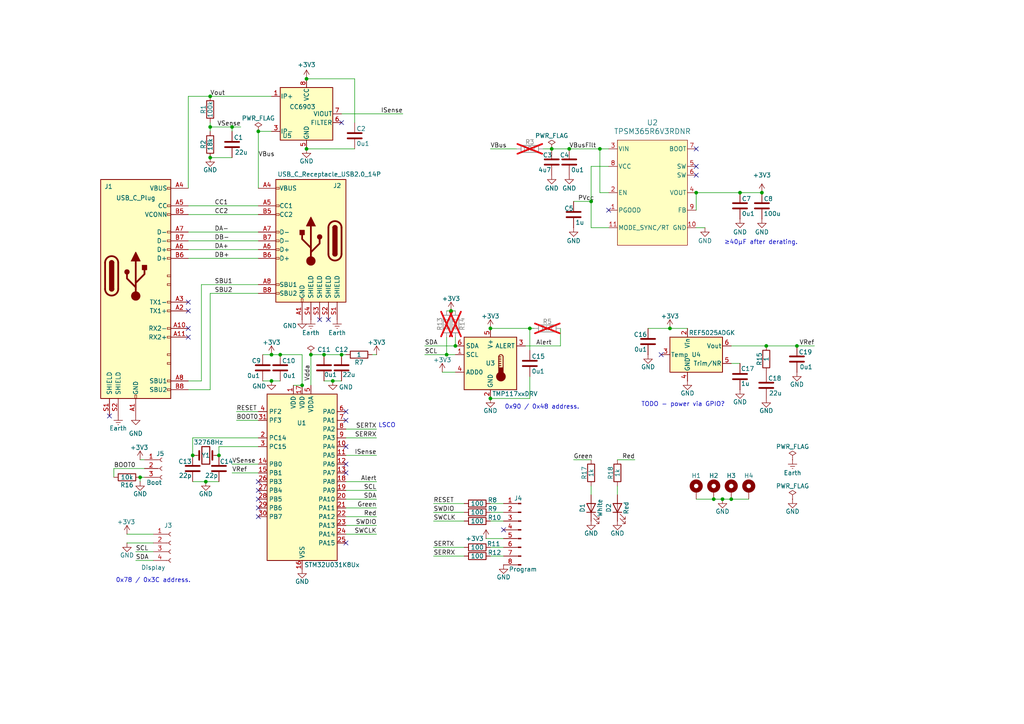
<source format=kicad_sch>
(kicad_sch (version 20250114) (generator "eeschema") (generator_version "9.0")
  (paper "A4")
  (text "0x90 / 0x48 address." (at 157.226 118.11 0) (effects (font (size 1.27 1.27))))
  (text "TODO - power via GPIO?" (at 198.12 117.348 0) (effects (font (size 1.27 1.27))))
  (text "LSCO" (at 109.728 124.206 0) (effects (font (size 1.27 1.27)) (justify left bottom)))
  (text "≥40µF after derating." (at 220.726 70.358 0) (effects (font (size 1.27 1.27))))
  (text "0x78 / 0x3C address." (at 44.45 168.402 0) (effects (font (size 1.27 1.27))))
  (junction (at 165.1 43.18))
  (junction (at 67.31 36.83))
  (junction (at 220.98 55.88))
  (junction (at 55.88 132.08))
  (junction (at 207.01 144.78))
  (junction (at 222.25 100.33))
  (junction (at 78.74 102.87))
  (junction (at 99.06 102.87))
  (junction (at 173.99 43.18))
  (junction (at 212.09 144.78))
  (junction (at 231.14 100.33))
  (junction (at 142.24 95.25))
  (junction (at 201.93 55.88))
  (junction (at 60.96 36.83))
  (junction (at 209.55 144.78))
  (junction (at 63.5 132.08))
  (junction (at 87.63 111.76))
  (junction (at 142.24 115.57))
  (junction (at 132.08 100.33))
  (junction (at 194.31 95.25))
  (junction (at 153.67 95.25))
  (junction (at 171.45 58.42))
  (junction (at 129.54 102.87))
  (junction (at 214.63 55.88))
  (junction (at 130.81 90.17))
  (junction (at 93.98 102.87))
  (junction (at 40.64 138.43))
  (junction (at 78.74 110.49))
  (junction (at 96.52 110.49))
  (junction (at 88.9 22.86))
  (junction (at 90.17 102.87))
  (junction (at 160.02 43.18))
  (junction (at 60.96 45.72))
  (junction (at 88.9 43.18))
  (junction (at 60.96 27.94))
  (junction (at 74.93 38.1))
  (junction (at 59.69 139.7))
  (junction (at 81.28 102.87))
  (no_connect (at 95.25 92.71))
  (no_connect (at 176.53 60.96))
  (no_connect (at 54.61 95.25))
  (no_connect (at 54.61 87.63))
  (no_connect (at 100.33 137.16))
  (no_connect (at 146.05 153.67))
  (no_connect (at 100.33 121.92))
  (no_connect (at 74.93 147.32))
  (no_connect (at 54.61 97.79))
  (no_connect (at 74.93 144.78))
  (no_connect (at 92.71 92.71))
  (no_connect (at 100.33 119.38))
  (no_connect (at 74.93 142.24))
  (no_connect (at 100.33 134.62))
  (no_connect (at 201.93 50.8))
  (no_connect (at 99.06 35.56))
  (no_connect (at 191.77 102.87))
  (no_connect (at 54.61 90.17))
  (no_connect (at 74.93 139.7))
  (no_connect (at 201.93 43.18))
  (no_connect (at 31.75 120.65))
  (no_connect (at 100.33 129.54))
  (no_connect (at 74.93 149.86))
  (no_connect (at 201.93 48.26))
  (no_connect (at 100.33 157.48))
  (wire (pts (xy 40.64 133.35) (xy 41.91 133.35)))
  (wire (pts (xy 212.09 100.33) (xy 222.25 100.33)))
  (wire (pts (xy 59.69 139.7) (xy 63.5 139.7)))
  (wire (pts (xy 40.64 138.43) (xy 41.91 138.43)))
  (wire (pts (xy 60.96 45.72) (xy 67.31 45.72)))
  (wire (pts (xy 109.22 149.86) (xy 100.33 149.86)))
  (wire (pts (xy 153.67 115.57) (xy 142.24 115.57)))
  (wire (pts (xy 184.15 133.35) (xy 179.07 133.35)))
  (wire (pts (xy 194.31 95.25) (xy 199.39 95.25)))
  (wire (pts (xy 128.27 107.95) (xy 132.08 107.95)))
  (wire (pts (xy 54.61 62.23) (xy 74.93 62.23)))
  (wire (pts (xy 99.06 102.87) (xy 100.33 102.87)))
  (wire (pts (xy 153.67 95.25) (xy 153.67 101.6)))
  (wire (pts (xy 88.9 43.18) (xy 102.87 43.18)))
  (wire (pts (xy 171.45 58.42) (xy 171.45 66.04)))
  (wire (pts (xy 153.67 95.25) (xy 154.94 95.25)))
  (wire (pts (xy 67.31 36.83) (xy 67.31 38.1)))
  (wire (pts (xy 54.61 72.39) (xy 74.93 72.39)))
  (wire (pts (xy 140.97 156.21) (xy 146.05 156.21)))
  (wire (pts (xy 217.17 144.78) (xy 212.09 144.78)))
  (wire (pts (xy 78.74 27.94) (xy 60.96 27.94)))
  (wire (pts (xy 187.96 95.25) (xy 194.31 95.25)))
  (wire (pts (xy 132.08 100.33) (xy 123.19 100.33)))
  (wire (pts (xy 142.24 95.25) (xy 153.67 95.25)))
  (wire (pts (xy 201.93 55.88) (xy 201.93 60.96)))
  (wire (pts (xy 39.37 160.02) (xy 44.45 160.02)))
  (wire (pts (xy 166.37 58.42) (xy 171.45 58.42)))
  (wire (pts (xy 74.93 121.92) (xy 68.58 121.92)))
  (wire (pts (xy 153.67 109.22) (xy 153.67 115.57)))
  (wire (pts (xy 214.63 55.88) (xy 220.98 55.88)))
  (wire (pts (xy 152.4 100.33) (xy 162.56 100.33)))
  (wire (pts (xy 134.62 148.59) (xy 125.73 148.59)))
  (wire (pts (xy 90.17 102.87) (xy 90.17 111.76)))
  (wire (pts (xy 74.93 85.09) (xy 60.96 85.09)))
  (wire (pts (xy 146.05 161.29) (xy 142.24 161.29)))
  (wire (pts (xy 74.93 129.54) (xy 63.5 129.54)))
  (wire (pts (xy 231.14 100.33) (xy 236.22 100.33)))
  (wire (pts (xy 100.33 142.24) (xy 109.22 142.24)))
  (wire (pts (xy 100.33 152.4) (xy 109.22 152.4)))
  (wire (pts (xy 165.1 43.18) (xy 173.99 43.18)))
  (wire (pts (xy 54.61 74.93) (xy 74.93 74.93)))
  (wire (pts (xy 134.62 158.75) (xy 125.73 158.75)))
  (wire (pts (xy 74.93 54.61) (xy 74.93 38.1)))
  (wire (pts (xy 201.93 66.04) (xy 204.47 66.04)))
  (wire (pts (xy 78.74 38.1) (xy 74.93 38.1)))
  (wire (pts (xy 171.45 140.97) (xy 171.45 143.51)))
  (wire (pts (xy 36.83 157.48) (xy 44.45 157.48)))
  (wire (pts (xy 134.62 151.13) (xy 125.73 151.13)))
  (wire (pts (xy 160.02 43.18) (xy 165.1 43.18)))
  (wire (pts (xy 99.06 33.02) (xy 116.84 33.02)))
  (wire (pts (xy 55.88 139.7) (xy 59.69 139.7)))
  (wire (pts (xy 130.81 90.17) (xy 132.08 90.17)))
  (wire (pts (xy 93.98 102.87) (xy 99.06 102.87)))
  (wire (pts (xy 87.63 111.76) (xy 87.63 102.87)))
  (wire (pts (xy 222.25 100.33) (xy 231.14 100.33)))
  (wire (pts (xy 60.96 35.56) (xy 60.96 36.83)))
  (wire (pts (xy 132.08 97.79) (xy 132.08 100.33)))
  (wire (pts (xy 58.42 82.55) (xy 58.42 110.49)))
  (wire (pts (xy 173.99 43.18) (xy 176.53 43.18)))
  (wire (pts (xy 60.96 113.03) (xy 54.61 113.03)))
  (wire (pts (xy 54.61 67.31) (xy 74.93 67.31)))
  (wire (pts (xy 171.45 48.26) (xy 171.45 58.42)))
  (wire (pts (xy 100.33 132.08) (xy 109.22 132.08)))
  (wire (pts (xy 36.83 154.94) (xy 44.45 154.94)))
  (wire (pts (xy 63.5 132.08) (xy 63.5 129.54)))
  (wire (pts (xy 87.63 102.87) (xy 81.28 102.87)))
  (wire (pts (xy 60.96 27.94) (xy 54.61 27.94)))
  (wire (pts (xy 123.19 102.87) (xy 129.54 102.87)))
  (wire (pts (xy 74.93 119.38) (xy 68.58 119.38)))
  (wire (pts (xy 201.93 55.88) (xy 214.63 55.88)))
  (wire (pts (xy 173.99 55.88) (xy 173.99 43.18)))
  (wire (pts (xy 134.62 161.29) (xy 125.73 161.29)))
  (wire (pts (xy 109.22 147.32) (xy 100.33 147.32)))
  (wire (pts (xy 146.05 158.75) (xy 142.24 158.75)))
  (wire (pts (xy 60.96 36.83) (xy 67.31 36.83)))
  (wire (pts (xy 107.95 102.87) (xy 109.22 102.87)))
  (wire (pts (xy 74.93 82.55) (xy 58.42 82.55)))
  (wire (pts (xy 44.45 162.56) (xy 39.37 162.56)))
  (wire (pts (xy 76.2 110.49) (xy 78.74 110.49)))
  (wire (pts (xy 55.88 127) (xy 55.88 132.08)))
  (wire (pts (xy 102.87 35.56) (xy 102.87 22.86)))
  (wire (pts (xy 100.33 139.7) (xy 109.22 139.7)))
  (wire (pts (xy 60.96 36.83) (xy 60.96 38.1)))
  (wire (pts (xy 100.33 144.78) (xy 109.22 144.78)))
  (wire (pts (xy 129.54 102.87) (xy 132.08 102.87)))
  (wire (pts (xy 100.33 154.94) (xy 109.22 154.94)))
  (wire (pts (xy 78.74 102.87) (xy 81.28 102.87)))
  (wire (pts (xy 142.24 43.18) (xy 149.86 43.18)))
  (wire (pts (xy 55.88 127) (xy 74.93 127)))
  (wire (pts (xy 157.48 43.18) (xy 160.02 43.18)))
  (wire (pts (xy 162.56 95.25) (xy 162.56 100.33)))
  (wire (pts (xy 142.24 148.59) (xy 146.05 148.59)))
  (wire (pts (xy 67.31 134.62) (xy 74.93 134.62)))
  (wire (pts (xy 33.02 135.89) (xy 33.02 138.43)))
  (wire (pts (xy 67.31 36.83) (xy 69.85 36.83)))
  (wire (pts (xy 74.93 137.16) (xy 67.31 137.16)))
  (wire (pts (xy 179.07 140.97) (xy 179.07 143.51)))
  (wire (pts (xy 96.52 110.49) (xy 99.06 110.49)))
  (wire (pts (xy 166.37 133.35) (xy 171.45 133.35)))
  (wire (pts (xy 171.45 66.04) (xy 176.53 66.04)))
  (wire (pts (xy 40.64 138.43) (xy 40.64 139.7)))
  (wire (pts (xy 209.55 144.78) (xy 212.09 144.78)))
  (wire (pts (xy 33.02 135.89) (xy 41.91 135.89)))
  (wire (pts (xy 207.01 144.78) (xy 209.55 144.78)))
  (wire (pts (xy 54.61 69.85) (xy 74.93 69.85)))
  (wire (pts (xy 54.61 27.94) (xy 54.61 54.61)))
  (wire (pts (xy 60.96 85.09) (xy 60.96 113.03)))
  (wire (pts (xy 76.2 102.87) (xy 78.74 102.87)))
  (wire (pts (xy 93.98 110.49) (xy 96.52 110.49)))
  (wire (pts (xy 142.24 146.05) (xy 146.05 146.05)))
  (wire (pts (xy 129.54 90.17) (xy 130.81 90.17)))
  (wire (pts (xy 176.53 55.88) (xy 173.99 55.88)))
  (wire (pts (xy 129.54 97.79) (xy 129.54 102.87)))
  (wire (pts (xy 212.09 105.41) (xy 214.63 105.41)))
  (wire (pts (xy 54.61 59.69) (xy 74.93 59.69)))
  (wire (pts (xy 78.74 110.49) (xy 81.28 110.49)))
  (wire (pts (xy 134.62 146.05) (xy 125.73 146.05)))
  (wire (pts (xy 100.33 124.46) (xy 109.22 124.46)))
  (wire (pts (xy 142.24 151.13) (xy 146.05 151.13)))
  (wire (pts (xy 58.42 110.49) (xy 54.61 110.49)))
  (wire (pts (xy 171.45 48.26) (xy 176.53 48.26)))
  (wire (pts (xy 100.33 127) (xy 109.22 127)))
  (wire (pts (xy 207.01 144.78) (xy 201.93 144.78)))
  (wire (pts (xy 102.87 22.86) (xy 88.9 22.86)))
  (wire (pts (xy 90.17 102.87) (xy 93.98 102.87)))
  (wire (pts (xy 85.09 111.76) (xy 87.63 111.76)))
  (label "VBusFilt" (at 165.1 43.18 0))
  (label "SERTX" (at 109.22 124.46 180))
  (label "Alert" (at 160.02 100.33 180))
  (label "RESET" (at 125.73 146.05 0))
  (label "ISense" (at 116.84 33.02 180))
  (label "SCL" (at 39.37 160.02 0))
  (label "SERRX" (at 109.22 127 180))
  (label "CC1" (at 62.23 59.69 0))
  (label "VRef" (at 236.22 100.33 180))
  (label "SWDIO" (at 109.22 152.4 180))
  (label "SERRX" (at 125.73 161.29 0))
  (label "PVcc" (at 167.64 58.42 0))
  (label "SCL" (at 123.19 102.87 0))
  (label "RESET" (at 68.58 119.38 0))
  (label "BOOT0" (at 33.02 135.89 0))
  (label "Green" (at 109.22 147.32 180))
  (label "Green" (at 166.37 133.35 0))
  (label "Red" (at 109.22 149.86 180))
  (label "SWCLK" (at 125.73 151.13 0))
  (label "DA-" (at 62.23 67.31 0))
  (label "SCL" (at 109.22 142.24 180))
  (label "SDA" (at 39.37 162.56 0))
  (label "Vout" (at 60.96 27.94 0))
  (label "SDA" (at 123.19 100.33 0))
  (label "VRef" (at 67.31 137.16 0))
  (label "Vdda" (at 90.17 110.49 90))
  (label "DB+" (at 62.23 74.93 0))
  (label "SWDIO" (at 125.73 148.59 0))
  (label "SBU2" (at 62.23 85.09 0))
  (label "VBus" (at 74.93 45.72 0))
  (label "VBus" (at 142.24 43.18 0))
  (label "VSense" (at 67.31 134.62 0))
  (label "VSense" (at 69.85 36.83 180))
  (label "Alert" (at 109.22 139.7 180))
  (label "SDA" (at 109.22 144.78 180))
  (label "SERTX" (at 125.73 158.75 0))
  (label "DB-" (at 62.23 69.85 0))
  (label "Red" (at 184.15 133.35 180))
  (label "SBU1" (at 62.23 82.55 0))
  (label "SWCLK" (at 109.22 154.94 180))
  (label "ISense" (at 109.22 132.08 180))
  (label "CC2" (at 62.23 62.23 0))
  (label "BOOT0" (at 68.58 121.92 0))
  (label "DA+" (at 62.23 72.39 0))
  (symbol (lib_id "Device:R") (at 129.54 93.98 0) (unit 1) (in_bom no) (dnp yes)
    (property "Reference" "R13" (at 128.27 93.9799 90) (effects (justify bottom)))
    (property "Value" "4k7" (at 129.54 93.9799 90))
    (property "Footprint" "Resistor_SMD:R_0603_1608Metric" (effects (hide yes)))
    (property "Description" "Resistor" (effects (hide yes)))
  )
  (symbol (lib_id "power:+3V3") (at 140.97 156.21 0) (unit 1)
    (property "Reference" "#PWR067" (effects (hide yes)))
    (property "Value" "+3V3" (at 137.668 156.21 0))
    (property "Description" "Power symbol creates a global label with name \"+3V3\"" (effects (hide yes)))
  )
  (symbol (lib_id "Parts:USB_C_Receptacle_USB2.0_16P") (at 90.17 69.85 0) (mirror y) (unit 1)
    (property "Reference" "J2" (at 97.79 53.848 0))
    (property "Value" "USB_C_Receptacle_USB2.0_14P" (at 95.504 50.546 0))
    (property "Footprint" "Parts:USB_C_Receptacle_16P" (effects (hide yes)))
    (property "Datasheet" "https://www.usb.org/sites/default/files/documents/usb_type-c.zip" (effects (hide yes)))
    (property "Description" "USB 2.0-only 16P Type-C Receptacle connector" (effects (hide yes)))
  )
  (symbol (lib_id "Device:Crystal") (at 59.69 132.08 0) (unit 1)
    (property "Reference" "Y1" (at 59.69 132.08 0))
    (property "Value" "32768Hz" (at 60.452 128.27 0))
    (property "Footprint" "Crystal:Crystal_SMD_3215-2Pin_3.2x1.5mm" (effects (hide yes)))
    (property "Description" "Two pin crystal" (effects (hide yes)))
    (property "JLCPCB" "C32346" (effects (hide yes)))
  )
  (symbol (lib_id "Device:C") (at 102.87 39.37 0) (unit 1)
    (property "Reference" "C2" (at 103.378 37.3379 0) (effects (justify left)))
    (property "Value" "0u1" (at 103.378 41.6559 0) (effects (justify left)))
    (property "Footprint" "Capacitor_SMD:C_0402_1005Metric" (effects (hide yes)))
    (property "Description" "Unpolarized capacitor" (effects (hide yes)))
    (property "JLCPCB" "C307331" (effects (hide yes)))
  )
  (symbol (lib_id "MCU_ST_STM32U0:STM32U031K8Ux") (at 87.63 139.7 0) (unit 1)
    (property "Reference" "U1" (at 87.4873 122.682 0))
    (property "Value" "STM32U031K8Ux" (at 88.2493 163.83 0) (effects (justify left)))
    (property "Footprint" "Package_DFN_QFN:QFN-32-1EP_5x5mm_P0.5mm_EP3.45x3.45mm" (effects (hide yes)))
    (property "Datasheet" "https://www.st.com/resource/en/datasheet/stm32u031k8.pdf" (effects (hide yes)))
    (property "Description" "STMicroelectronics Arm Cortex-M0+ MCU, 64KB flash, 12KB RAM, 27 GPIO, UFQFPN32" (effects (hide yes)))
    (property "JLCPCB" "C22445362" (effects (hide yes)))
  )
  (symbol (lib_id "power:GND") (at 146.05 163.83 0) (unit 1)
    (property "Reference" "#PWR070" (effects (hide yes)))
    (property "Value" "GND" (at 146.05 167.386 0))
    (property "Description" "Power symbol creates a global label with name \"GND\" , ground" (effects (hide yes)))
  )
  (symbol (lib_id "Device:C") (at 220.98 59.69 0) (unit 1)
    (property "Reference" "C8" (at 221.488 57.6579 0) (effects (justify left)))
    (property "Value" "100u" (at 221.488 61.9759 0) (effects (justify left)))
    (property "Footprint" "Capacitor_SMD:C_1206_3216Metric" (effects (hide yes)))
    (property "Description" "Unpolarized capacitor" (effects (hide yes)))
    (property "JLCPCB" "C15008" (effects (hide yes)))
  )
  (symbol (lib_id "power:GND") (at 204.47 66.04 0) (unit 1)
    (property "Reference" "#PWR080" (effects (hide yes)))
    (property "Value" "GND" (at 204.47 69.85 0))
    (property "Description" "Power symbol creates a global label with name \"GND\" , ground" (effects (hide yes)))
  )
  (symbol (lib_id "power:+3V3") (at 88.9 22.86 0) (unit 1)
    (property "Reference" "#PWR057" (effects (hide yes)))
    (property "Value" "+3V3" (at 88.9 18.796 0))
    (property "Description" "Power symbol creates a global label with name \"+3V3\"" (effects (hide yes)))
  )
  (symbol (lib_id "Device:C") (at 63.5 135.89 0) (unit 1)
    (property "Reference" "C14" (at 63.754 133.8579 0) (effects (justify left)))
    (property "Value" "22p" (at 63.246 137.9219 0) (effects (justify right)))
    (property "Footprint" "Capacitor_SMD:C_0402_1005Metric" (effects (hide yes)))
    (property "Description" "Unpolarized capacitor" (effects (hide yes)))
    (property "JLCPCB" "C1555" (effects (hide yes)))
  )
  (symbol (lib_id "power:PWR_FLAG") (at 229.87 133.35 0) (unit 1)
    (property "Reference" "#FLG04" (effects (hide yes)))
    (property "Value" "PWR_FLAG" (at 229.87 129.54 0))
    (property "Description" "Special symbol for telling ERC where power comes from" (effects (hide yes)))
  )
  (symbol (lib_id "Mechanical:MountingHole_Pad") (at 217.17 142.24 0) (unit 1) (in_bom no)
    (property "Reference" "H4" (at 217.17 138.684 0) (effects (justify bottom)))
    (property "Value" "MountingHole_Pad" (effects (hide yes)))
    (property "Footprint" "Parts:MountingHole_3mm_Pad" (effects (hide yes)))
    (property "Description" "Mounting Hole with connection" (effects (hide yes)))
  )
  (symbol (lib_id "Device:C") (at 165.1 46.99 0) (unit 1)
    (property "Reference" "C4" (at 165.1 45.7199 0) (effects (justify right bottom)))
    (property "Value" "0u1" (at 165.608 49.2759 0) (effects (justify left)))
    (property "Footprint" "Capacitor_SMD:C_0402_1005Metric" (effects (hide yes)))
    (property "Datasheet" "20v working" (effects (hide yes)))
    (property "Description" "Unpolarized capacitor" (effects (hide yes)))
    (property "JLCPCB" "C307331" (effects (hide yes)))
  )
  (symbol (lib_id "power:GND") (at 160.02 50.8 0) (unit 1)
    (property "Reference" "#PWR071" (effects (hide yes)))
    (property "Value" "GND" (at 160.02 54.61 0))
    (property "Description" "Power symbol creates a global label with name \"GND\" , ground" (effects (hide yes)))
  )
  (symbol (lib_id "power:+3V3") (at 220.98 55.88 0) (unit 1)
    (property "Reference" "#PWR087" (effects (hide yes)))
    (property "Value" "+3V3" (at 220.98 50.8 0))
    (property "Description" "Power symbol creates a global label with name \"+3V3\"" (effects (hide yes)))
  )
  (symbol (lib_id "power:Earth") (at 229.87 133.35 0) (unit 1)
    (property "Reference" "#PWR092" (effects (hide yes)))
    (property "Value" "Earth" (at 229.87 137.16 0))
    (property "Description" "Power symbol creates a global label with name \"Earth\"" (effects (hide yes)))
  )
  (symbol (lib_id "Device:LED") (at 179.07 147.32 90) (unit 1)
    (property "Reference" "D2" (at 176.53 147.32 0))
    (property "Value" "Red" (at 181.61 147.32 0))
    (property "Footprint" "LED_SMD:LED_0603_1608Metric" (effects (hide yes)))
    (property "Description" "Light emitting diode" (effects (hide yes)))
    (property "Sim.Pins" "1=K 2=A" (effects (hide yes)))
    (property "JLCPCB" "C2286" (effects (hide yes)))
  )
  (symbol (lib_id "Device:C") (at 153.67 105.41 0) (unit 1)
    (property "Reference" "C15" (at 154.178 103.3779 0) (effects (justify left)))
    (property "Value" "0u1" (at 154.178 107.6959 0) (effects (justify left)))
    (property "Footprint" "Capacitor_SMD:C_0402_1005Metric" (effects (hide yes)))
    (property "Description" "Unpolarized capacitor" (effects (hide yes)))
    (property "JLCPCB" "C307331" (effects (hide yes)))
  )
  (symbol (lib_id "power:GND") (at 36.83 157.48 0) (unit 1)
    (property "Reference" "#PWR066" (effects (hide yes)))
    (property "Value" "GND" (at 36.83 161.036 0))
    (property "Description" "Power symbol creates a global label with name \"GND\" , ground" (effects (hide yes)))
  )
  (symbol (lib_id "power:GND") (at 96.52 110.49 0) (unit 1)
    (property "Reference" "#PWR062" (effects (hide yes)))
    (property "Value" "GND" (at 100.33 112.268 0))
    (property "Description" "Power symbol creates a global label with name \"GND\" , ground" (effects (hide yes)))
  )
  (symbol (lib_id "Device:C") (at 187.96 99.06 0) (mirror y) (unit 1)
    (property "Reference" "C16" (at 187.706 97.0279 0) (effects (justify left)))
    (property "Value" "0u1" (at 187.706 101.3459 0) (effects (justify left)))
    (property "Footprint" "Capacitor_SMD:C_0402_1005Metric" (effects (hide yes)))
    (property "Description" "Unpolarized capacitor" (effects (hide yes)))
    (property "JLCPCB" "C307331" (effects (hide yes)))
  )
  (symbol (lib_id "power:GND") (at 40.64 139.7 0) (unit 1)
    (property "Reference" "#PWR076" (effects (hide yes)))
    (property "Value" "GND" (at 40.64 143.256 0))
    (property "Description" "Power symbol creates a global label with name \"GND\" , ground" (effects (hide yes)))
  )
  (symbol (lib_id "power:Earth") (at 97.79 92.71 0) (unit 1)
    (property "Reference" "#PWR061" (effects (hide yes)))
    (property "Value" "Earth" (at 97.79 96.52 0))
    (property "Description" "Power symbol creates a global label with name \"Earth\"" (effects (hide yes)))
  )
  (symbol (lib_id "power:GND") (at 87.63 165.1 0) (unit 1)
    (property "Reference" "#PWR060" (effects (hide yes)))
    (property "Value" "GND" (at 87.63 168.656 0))
    (property "Description" "Power symbol creates a global label with name \"GND\" , ground" (effects (hide yes)))
  )
  (symbol (lib_id "power:GND") (at 142.24 115.57 0) (unit 1)
    (property "Reference" "#PWR069" (effects (hide yes)))
    (property "Value" "GND" (at 142.24 119.126 0))
    (property "Description" "Power symbol creates a global label with name \"GND\" , ground" (effects (hide yes)))
  )
  (symbol (lib_id "power:GND") (at 59.69 139.7 0) (unit 1)
    (property "Reference" "#PWR054" (effects (hide yes)))
    (property "Value" "GND" (at 59.69 143.256 0))
    (property "Description" "Power symbol creates a global label with name \"GND\" , ground" (effects (hide yes)))
  )
  (symbol (lib_id "Device:R") (at 222.25 104.14 0) (unit 1)
    (property "Reference" "R15" (at 220.98 104.1399 90) (effects (justify bottom)))
    (property "Value" "1" (at 222.25 104.1399 90))
    (property "Footprint" "Resistor_SMD:R_0603_1608Metric" (effects (hide yes)))
    (property "Description" "Resistor" (effects (hide yes)))
    (property "JLCPCB" "C22936" (effects (hide yes)))
  )
  (symbol (lib_id "Device:C") (at 93.98 106.68 0) (mirror y) (unit 1)
    (property "Reference" "C11" (at 93.98 102.1079 0) (effects (justify bottom)))
    (property "Value" "0u1" (at 93.98 107.9499 0) (effects (justify right top)))
    (property "Footprint" "Capacitor_SMD:C_0402_1005Metric" (effects (hide yes)))
    (property "Description" "Unpolarized capacitor" (effects (hide yes)))
    (property "JLCPCB" "C307331" (effects (hide yes)))
  )
  (symbol (lib_id "power:+3V3") (at 142.24 95.25 0) (unit 1)
    (property "Reference" "#PWR068" (effects (hide yes)))
    (property "Value" "+3V3" (at 142.24 91.694 0))
    (property "Description" "Power symbol creates a global label with name \"+3V3\"" (effects (hide yes)))
  )
  (symbol (lib_id "Device:LED") (at 171.45 147.32 90) (unit 1)
    (property "Reference" "D1" (at 168.91 147.32 0))
    (property "Value" "White" (at 173.99 147.32 0))
    (property "Footprint" "LED_SMD:LED_0603_1608Metric" (effects (hide yes)))
    (property "Description" "Light emitting diode" (effects (hide yes)))
    (property "Sim.Pins" "1=K 2=A" (effects (hide yes)))
    (property "JLCPCB" "C2290" (effects (hide yes)))
  )
  (symbol (lib_id "power:+3V3") (at 130.81 90.17 0) (unit 1)
    (property "Reference" "#PWR064" (effects (hide yes)))
    (property "Value" "+3V3" (at 130.81 86.614 0))
    (property "Description" "Power symbol creates a global label with name \"+3V3\"" (effects (hide yes)))
  )
  (symbol (lib_id "power:+3V3") (at 36.83 154.94 0) (unit 1)
    (property "Reference" "#PWR065" (effects (hide yes)))
    (property "Value" "+3V3" (at 36.576 151.384 0))
    (property "Description" "Power symbol creates a global label with name \"+3V3\"" (effects (hide yes)))
  )
  (symbol (lib_id "Parts:TPSM365R6V3RDNR") (at 189.23 55.88 0) (unit 1)
    (property "Reference" "U2" (at 189.23 35.56 0) (effects (font (size 1.524 1.524))))
    (property "Value" "TPSM365R6V3RDNR" (at 189.23 38.1 0) (effects (font (size 1.524 1.524))))
    (property "Footprint" "Parts:RDN0011A-MFG" (effects (hide yes)))
    (property "Datasheet" "TPSM365R6FRDN" (effects (hide yes)))
    (property "Description" "3V3 fixed voltage 600mA converter, with mode/sync input." (effects (hide yes)))
    (property "JLCPCB" "C18208843" (effects (hide yes)))
  )
  (symbol (lib_id "Device:R") (at 138.43 151.13 270) (unit 1)
    (property "Reference" "R10" (at 141.4781 150.114 90) (effects (justify left)))
    (property "Value" "100" (at 138.4301 151.13 90))
    (property "Footprint" "Resistor_SMD:R_0402_1005Metric" (effects (hide yes)))
    (property "Description" "Resistor" (effects (hide yes)))
    (property "JLCPCB" "C25076" (effects (hide yes)))
  )
  (symbol (lib_id "Device:R") (at 138.43 146.05 270) (unit 1)
    (property "Reference" "R8" (at 141.4781 145.034 90) (effects (justify left)))
    (property "Value" "100" (at 138.4301 146.05 90))
    (property "Footprint" "Resistor_SMD:R_0402_1005Metric" (effects (hide yes)))
    (property "Description" "Resistor" (effects (hide yes)))
    (property "JLCPCB" "C25076" (effects (hide yes)))
  )
  (symbol (lib_id "power:+3V3") (at 128.27 107.95 0) (unit 1)
    (property "Reference" "#PWR074" (effects (hide yes)))
    (property "Value" "+3V3" (at 128.27 104.394 0))
    (property "Description" "Power symbol creates a global label with name \"+3V3\"" (effects (hide yes)))
  )
  (symbol (lib_id "Device:R") (at 132.08 93.98 0) (mirror y) (unit 1) (in_bom no) (dnp yes)
    (property "Reference" "R14" (at 133.35 93.9799 90) (effects (justify bottom)))
    (property "Value" "4k7" (at 132.08 93.9799 90))
    (property "Footprint" "Resistor_SMD:R_0603_1608Metric" (effects (hide yes)))
    (property "Description" "Resistor" (effects (hide yes)))
  )
  (symbol (lib_id "Device:R") (at 158.75 95.25 90) (mirror x) (unit 1) (in_bom no) (dnp yes)
    (property "Reference" "R5" (at 158.7499 93.98 90) (effects (justify bottom)))
    (property "Value" "4k7" (at 158.7499 95.25 90))
    (property "Footprint" "Resistor_SMD:R_0603_1608Metric" (effects (hide yes)))
    (property "Description" "Resistor" (effects (hide yes)))
  )
  (symbol (lib_id "Mechanical:MountingHole_Pad") (at 201.93 142.24 0) (unit 1) (in_bom no)
    (property "Reference" "H1" (at 201.93 138.684 0) (effects (justify bottom)))
    (property "Value" "MountingHole_Pad" (effects (hide yes)))
    (property "Footprint" "Parts:MountingHole_3mm_Pad" (effects (hide yes)))
    (property "Description" "Mounting Hole with connection" (effects (hide yes)))
  )
  (symbol (lib_id "power:+3V3") (at 40.64 133.35 0) (unit 1)
    (property "Reference" "#PWR075" (effects (hide yes)))
    (property "Value" "+3V3" (at 40.386 129.794 0))
    (property "Description" "Power symbol creates a global label with name \"+3V3\"" (effects (hide yes)))
  )
  (symbol (lib_id "Device:R") (at 138.43 161.29 270) (unit 1)
    (property "Reference" "R12" (at 141.4781 160.274 90) (effects (justify left)))
    (property "Value" "100" (at 138.4301 161.29 90))
    (property "Footprint" "Resistor_SMD:R_0402_1005Metric" (effects (hide yes)))
    (property "Description" "Resistor" (effects (hide yes)))
    (property "JLCPCB" "C25076" (effects (hide yes)))
  )
  (symbol (lib_id "Mechanical:MountingHole_Pad") (at 212.09 142.24 0) (unit 1) (in_bom no)
    (property "Reference" "H3" (at 212.09 138.684 0) (effects (justify bottom)))
    (property "Value" "MountingHole_Pad" (effects (hide yes)))
    (property "Footprint" "Parts:MountingHole_3mm_Pad" (effects (hide yes)))
    (property "Description" "Mounting Hole with connection" (effects (hide yes)))
  )
  (symbol (lib_id "Device:C") (at 76.2 106.68 0) (mirror y) (unit 1)
    (property "Reference" "C9" (at 75.692 104.6479 0) (effects (justify left)))
    (property "Value" "0u1" (at 75.438 108.9659 0) (effects (justify left)))
    (property "Footprint" "Capacitor_SMD:C_0402_1005Metric" (effects (hide yes)))
    (property "Description" "Unpolarized capacitor" (effects (hide yes)))
    (property "JLCPCB" "C307331" (effects (hide yes)))
  )
  (symbol (lib_id "power:Earth") (at 90.17 92.71 0) (unit 1)
    (property "Reference" "#PWR081" (effects (hide yes)))
    (property "Value" "Earth" (at 90.17 96.52 0))
    (property "Description" "Power symbol creates a global label with name \"Earth\"" (effects (hide yes)))
  )
  (symbol (lib_id "Device:C") (at 214.63 59.69 0) (unit 1)
    (property "Reference" "C7" (at 215.138 57.6579 0) (effects (justify left)))
    (property "Value" "0u1" (at 215.138 61.9759 0) (effects (justify left)))
    (property "Footprint" "Capacitor_SMD:C_0402_1005Metric" (effects (hide yes)))
    (property "Description" "Unpolarized capacitor" (effects (hide yes)))
    (property "JLCPCB" "C307331" (effects (hide yes)))
  )
  (symbol (lib_id "power:GND") (at 179.07 151.13 0) (unit 1)
    (property "Reference" "#PWR084" (effects (hide yes)))
    (property "Value" "GND" (at 179.07 154.686 0))
    (property "Description" "Power symbol creates a global label with name \"GND\" , ground" (effects (hide yes)))
  )
  (symbol (lib_id "power:PWR_FLAG") (at 229.87 144.78 0) (unit 1)
    (property "Reference" "#FLG02" (effects (hide yes)))
    (property "Value" "PWR_FLAG" (at 229.87 140.97 0))
    (property "Description" "Special symbol for telling ERC where power comes from" (effects (hide yes)))
  )
  (symbol (lib_id "Device:C") (at 55.88 135.89 0) (mirror y) (unit 1)
    (property "Reference" "C13" (at 55.626 133.8579 0) (effects (justify left)))
    (property "Value" "22p" (at 55.626 137.9219 0) (effects (justify left)))
    (property "Footprint" "Capacitor_SMD:C_0402_1005Metric" (effects (hide yes)))
    (property "Description" "Unpolarized capacitor" (effects (hide yes)))
    (property "JLCPCB" "C1555" (effects (hide yes)))
  )
  (symbol (lib_id "Device:R") (at 138.43 158.75 270) (unit 1)
    (property "Reference" "R11" (at 141.2241 157.734 90) (effects (justify left)))
    (property "Value" "100" (at 138.4301 158.75 90))
    (property "Footprint" "Resistor_SMD:R_0402_1005Metric" (effects (hide yes)))
    (property "Description" "Resistor" (effects (hide yes)))
    (property "JLCPCB" "C25076" (effects (hide yes)))
  )
  (symbol (lib_id "power:GND") (at 231.14 107.95 0) (unit 1)
    (property "Reference" "#PWR089" (effects (hide yes)))
    (property "Value" "GND" (at 231.14 111.506 0))
    (property "Description" "Power symbol creates a global label with name \"GND\" , ground" (effects (hide yes)))
  )
  (symbol (lib_id "Device:R") (at 60.96 41.91 0) (unit 1)
    (property "Reference" "R2" (at 59.69 41.9099 90) (effects (justify bottom)))
    (property "Value" "18k" (at 60.96 41.9099 90))
    (property "Footprint" "Resistor_SMD:R_0603_1608Metric" (effects (hide yes)))
    (property "Description" "Resistor" (effects (hide yes)))
    (property "JLCPCB" "C25810" (effects (hide yes)))
  )
  (symbol (lib_id "power:GND") (at 214.63 63.5 0) (unit 1)
    (property "Reference" "#PWR085" (effects (hide yes)))
    (property "Value" "GND" (at 214.63 67.31 0))
    (property "Description" "Power symbol creates a global label with name \"GND\" , ground" (effects (hide yes)))
  )
  (symbol (lib_id "Device:C") (at 231.14 104.14 0) (unit 1)
    (property "Reference" "C19" (at 231.648 102.1079 0) (effects (justify left)))
    (property "Value" "0u1" (at 231.902 106.4259 0) (effects (justify left)))
    (property "Footprint" "Capacitor_SMD:C_0402_1005Metric" (effects (hide yes)))
    (property "Description" "Unpolarized capacitor" (effects (hide yes)))
    (property "JLCPCB" "C307331" (effects (hide yes)))
  )
  (symbol (lib_id "power:GND") (at 88.9 43.18 0) (unit 1)
    (property "Reference" "#PWR058" (effects (hide yes)))
    (property "Value" "GND" (at 88.9 46.736 0))
    (property "Description" "Power symbol creates a global label with name \"GND\" , ground" (effects (hide yes)))
  )
  (symbol (lib_id "power:GND") (at 220.98 63.5 0) (unit 1)
    (property "Reference" "#PWR088" (effects (hide yes)))
    (property "Value" "GND" (at 220.98 67.31 0))
    (property "Description" "Power symbol creates a global label with name \"GND\" , ground" (effects (hide yes)))
  )
  (symbol (lib_id "power:GND") (at 222.25 115.57 0) (unit 1)
    (property "Reference" "#PWR086" (effects (hide yes)))
    (property "Value" "GND" (at 222.25 119.126 0))
    (property "Description" "Power symbol creates a global label with name \"GND\" , ground" (effects (hide yes)))
  )
  (symbol (lib_id "Device:C") (at 214.63 109.22 0) (unit 1)
    (property "Reference" "C17" (at 214.884 106.9339 0) (effects (justify left)))
    (property "Value" "1u" (at 214.884 111.2519 0) (effects (justify left)))
    (property "Footprint" "Capacitor_SMD:C_0402_1005Metric" (effects (hide yes)))
    (property "Description" "Unpolarized capacitor" (effects (hide yes)))
    (property "JLCPCB" "C52923" (effects (hide yes)))
  )
  (symbol (lib_id "power:GND") (at 87.63 92.71 0) (mirror y) (unit 1)
    (property "Reference" "#PWR059" (effects (hide yes)))
    (property "Value" "GND" (at 84.074 94.488 0))
    (property "Description" "Power symbol creates a global label with name \"GND\" , ground" (effects (hide yes)))
  )
  (symbol (lib_id "power:+3V3") (at 194.31 95.25 0) (unit 1)
    (property "Reference" "#PWR078" (effects (hide yes)))
    (property "Value" "+3V3" (at 194.31 91.694 0))
    (property "Description" "Power symbol creates a global label with name \"+3V3\"" (effects (hide yes)))
  )
  (symbol (lib_id "Device:C") (at 166.37 62.23 0) (unit 1)
    (property "Reference" "C5" (at 166.37 60.4519 0) (effects (justify right)))
    (property "Value" "1u" (at 166.878 64.5159 0) (effects (justify left)))
    (property "Footprint" "Capacitor_SMD:C_0402_1005Metric" (effects (hide yes)))
    (property "Description" "Unpolarized capacitor" (effects (hide yes)))
    (property "JLCPCB" "C52923" (effects (hide yes)))
  )
  (symbol (lib_id "power:GND") (at 60.96 45.72 0) (unit 1)
    (property "Reference" "#PWR053" (effects (hide yes)))
    (property "Value" "GND" (at 60.96 49.276 0))
    (property "Description" "Power symbol creates a global label with name \"GND\" , ground" (effects (hide yes)))
  )
  (symbol (lib_id "power:GND") (at 209.55 144.78 0) (unit 1)
    (property "Reference" "#PWR090" (effects (hide yes)))
    (property "Value" "GND" (at 209.55 148.336 0))
    (property "Description" "Power symbol creates a global label with name \"GND\" , ground" (effects (hide yes)))
  )
  (symbol (lib_id "power:PWR_FLAG") (at 90.17 102.87 0) (unit 1)
    (property "Reference" "#FLG01" (effects (hide yes)))
    (property "Value" "PWR_FLAG" (effects (hide yes)))
    (property "Description" "Special symbol for telling ERC where power comes from" (effects (hide yes)))
  )
  (symbol (lib_id "power:GND") (at 229.87 144.78 0) (unit 1)
    (property "Reference" "#PWR091" (effects (hide yes)))
    (property "Value" "GND" (at 229.87 148.336 0))
    (property "Description" "Power symbol creates a global label with name \"GND\" , ground" (effects (hide yes)))
  )
  (symbol (lib_id "power:GND") (at 78.74 110.49 0) (unit 1)
    (property "Reference" "#PWR056" (effects (hide yes)))
    (property "Value" "GND" (at 77.216 112.014 0) (effects (justify right)))
    (property "Description" "Power symbol creates a global label with name \"GND\" , ground" (effects (hide yes)))
  )
  (symbol (lib_id "Device:R") (at 104.14 102.87 90) (unit 1)
    (property "Reference" "R7" (at 104.1399 104.394 90) (effects (justify bottom)))
    (property "Value" "1" (at 104.1399 102.87 90))
    (property "Footprint" "Resistor_SMD:R_0603_1608Metric" (effects (hide yes)))
    (property "Description" "Resistor" (effects (hide yes)))
    (property "JLCPCB" "C22936" (effects (hide yes)))
  )
  (symbol (lib_id "Parts:REF5025ADGK") (at 201.93 102.87 0) (unit 1)
    (property "Reference" "U4" (at 201.93 102.87 0))
    (property "Value" "REF5025ADGK" (at 199.771 96.52 0) (effects (justify left)))
    (property "Footprint" "Package_SO:MSOP-8_3x3mm_P0.65mm" (effects (hide yes)))
    (property "Datasheet" "http://www.ti.com/lit/ds/symlink/ref5030.pdf" (effects (hide yes)))
    (property "Description" "2.5V 0.1% 10mA Low Noise Precision Voltage Reference, MSOP-8" (effects (hide yes)))
    (property "JLCPCB" " C75881" (effects (hide yes)))
  )
  (symbol (lib_id "power:Earth") (at 34.29 120.65 0) (unit 1)
    (property "Reference" "#PWR051" (effects (hide yes)))
    (property "Value" "Earth" (at 34.29 124.206 0))
    (property "Description" "Power symbol creates a global label with name \"Earth\"" (effects (hide yes)))
  )
  (symbol (lib_id "power:GND") (at 187.96 102.87 0) (unit 1)
    (property "Reference" "#PWR077" (effects (hide yes)))
    (property "Value" "GND" (at 187.96 106.426 0))
    (property "Description" "Power symbol creates a global label with name \"GND\" , ground" (effects (hide yes)))
  )
  (symbol (lib_id "power:GND") (at 39.37 120.65 0) (unit 1)
    (property "Reference" "#PWR052" (effects (hide yes)))
    (property "Value" "GND" (at 39.37 125.73 0))
    (property "Description" "Power symbol creates a global label with name \"GND\" , ground" (effects (hide yes)))
  )
  (symbol (lib_id "Device:R") (at 171.45 137.16 0) (unit 1)
    (property "Reference" "R17" (at 170.18 137.1599 90) (effects (justify bottom)))
    (property "Value" "1k" (at 171.45 137.1599 90))
    (property "Footprint" "Resistor_SMD:R_0402_1005Metric" (effects (hide yes)))
    (property "Description" "Resistor" (effects (hide yes)))
    (property "JLCPCB" "C11702" (effects (hide yes)))
  )
  (symbol (lib_id "Device:C") (at 67.31 41.91 0) (unit 1)
    (property "Reference" "C1" (at 67.818 39.8779 0) (effects (justify left)))
    (property "Value" "22u" (at 68.072 44.1959 0) (effects (justify left)))
    (property "Footprint" "Capacitor_SMD:C_0603_1608Metric" (effects (hide yes)))
    (property "Description" "Unpolarized capacitor" (effects (hide yes)))
    (property "JLCPCB" "C59461" (effects (hide yes)))
  )
  (symbol (lib_id "Parts:TMP117xxDRV") (at 142.24 105.41 0) (unit 1)
    (property "Reference" "U3" (at 142.24 105.3398 0))
    (property "Value" "TMP117xxDRV" (at 149.352 114.2298 0))
    (property "Footprint" "Parts:WSON-6-1EP_2x2mm_P0.65mm_NoEP" (effects (hide yes)))
    (property "Datasheet" "https://www.ti.com/lit/ds/symlink/tmp117.pdf" (effects (hide yes)))
    (property "Description" "Digital Temperature Sensor with I2C/SMBus Interface, 16 bits, ±0.3°C, one-shot conversion, alert, nist traceable, EEPROM, WSON" (effects (hide yes)))
    (property "JLCPCB" "C699536" (effects (hide yes)))
  )
  (symbol (lib_id "Device:R") (at 60.96 31.75 0) (unit 1) (in_bom no)
    (property "Reference" "R1" (at 59.69 31.7499 90) (effects (justify bottom)))
    (property "Value" "100k" (at 60.96 31.7499 90))
    (property "Footprint" "Resistor_SMD:R_0603_1608Metric" (effects (hide yes)))
    (property "Description" "Resistor" (effects (hide yes)))
    (property "JLCPCB" "C25803" (effects (hide yes)))
  )
  (symbol (lib_id "power:+3V3") (at 109.22 102.87 0) (unit 1)
    (property "Reference" "#PWR063" (effects (hide yes)))
    (property "Value" "+3V3" (at 109.22 99.314 0))
    (property "Description" "Power symbol creates a global label with name \"+3V3\"" (effects (hide yes)))
  )
  (symbol (lib_id "power:GND") (at 165.1 50.8 0) (unit 1)
    (property "Reference" "#PWR072" (effects (hide yes)))
    (property "Value" "GND" (at 165.1 54.61 0))
    (property "Description" "Power symbol creates a global label with name \"GND\" , ground" (effects (hide yes)))
  )
  (symbol (lib_id "power:GND") (at 166.37 66.04 0) (unit 1)
    (property "Reference" "#PWR073" (effects (hide yes)))
    (property "Value" "GND" (at 166.37 69.85 0))
    (property "Description" "Power symbol creates a global label with name \"GND\" , ground" (effects (hide yes)))
  )
  (symbol (lib_id "power:+3V3") (at 78.74 102.87 0) (unit 1)
    (property "Reference" "#PWR055" (effects (hide yes)))
    (property "Value" "+3V3" (at 78.74 99.314 0))
    (property "Description" "Power symbol creates a global label with name \"+3V3\"" (effects (hide yes)))
  )
  (symbol (lib_id "Device:R") (at 179.07 137.16 0) (unit 1)
    (property "Reference" "R18" (at 177.8 137.1599 90) (effects (justify bottom)))
    (property "Value" "1k" (at 179.07 137.1599 90))
    (property "Footprint" "Resistor_SMD:R_0402_1005Metric" (effects (hide yes)))
    (property "Description" "Resistor" (effects (hide yes)))
    (property "JLCPCB" "C11702" (effects (hide yes)))
  )
  (symbol (lib_id "Parts:USB_C_Plug_20") (at 39.37 80.01 0) (unit 1)
    (property "Reference" "J1" (at 31.496 54.102 0))
    (property "Value" "USB_C_Plug" (at 39.37 57.404 0))
    (property "Footprint" "Parts:USB-C-male-24-Ass" (effects (hide yes)))
    (property "Datasheet" "https://www.usb.org/sites/default/files/documents/usb_type-c.zip" (effects (hide yes)))
    (property "Description" "USB Type-C Plug connector" (effects (hide yes)))
  )
  (symbol (lib_id "Connector:Conn_01x03_Socket") (at 46.99 135.89 0) (unit 1) (in_bom no)
    (property "Reference" "J5" (at 46.482 131.572 0))
    (property "Value" "Boot" (at 44.704 139.954 0))
    (property "Footprint" "Parts:PinHeader_1x03_P2.54mm_Vertical" (effects (hide yes)))
    (property "Description" "Generic connector, single row, 01x03, script generated" (effects (hide yes)))
  )
  (symbol (lib_id "Device:R") (at 36.83 138.43 90) (unit 1)
    (property "Reference" "R16" (at 36.8299 139.954 90) (effects (justify bottom)))
    (property "Value" "10k" (at 36.8299 138.43 90))
    (property "Footprint" "Resistor_SMD:R_0402_1005Metric" (effects (hide yes)))
    (property "Description" "Resistor" (effects (hide yes)))
    (property "JLCPCB" "C25744" (effects (hide yes)))
  )
  (symbol (lib_id "Mechanical:MountingHole_Pad") (at 207.01 142.24 0) (unit 1) (in_bom no)
    (property "Reference" "H2" (at 207.01 138.684 0) (effects (justify bottom)))
    (property "Value" "MountingHole_Pad" (effects (hide yes)))
    (property "Footprint" "Parts:MountingHole_3mm_Pad" (effects (hide yes)))
    (property "Description" "Mounting Hole with connection" (effects (hide yes)))
  )
  (symbol (lib_id "Connector:Conn_01x08_Pin") (at 151.13 153.67 0) (mirror y) (unit 1) (in_bom no)
    (property "Reference" "J4" (at 149.098 144.5259 0) (effects (justify right)))
    (property "Value" "Program" (at 147.574 165.0999 0) (effects (justify right)))
    (property "Footprint" "Parts:PinHeader_1x08_P2.54mm_Vertical" (effects (hide yes)))
    (property "Description" "Generic connector, single row, 01x08, script generated" (effects (hide yes)))
  )
  (symbol (lib_id "power:GND") (at 214.63 113.03 0) (unit 1)
    (property "Reference" "#PWR082" (effects (hide yes)))
    (property "Value" "GND" (at 214.63 116.586 0))
    (property "Description" "Power symbol creates a global label with name \"GND\" , ground" (effects (hide yes)))
  )
  (symbol (lib_id "Device:C") (at 222.25 111.76 0) (unit 1)
    (property "Reference" "C18" (at 222.758 109.7279 0) (effects (justify left)))
    (property "Value" "22u" (at 223.012 114.0459 0) (effects (justify left)))
    (property "Footprint" "Capacitor_SMD:C_0603_1608Metric" (effects (hide yes)))
    (property "Description" "Unpolarized capacitor" (effects (hide yes)))
    (property "JLCPCB" "C59461" (effects (hide yes)))
  )
  (symbol (lib_id "Parts:CC6903") (at 88.9 33.02 0) (unit 1)
    (property "Reference" "U5" (at 81.8993 39.37 0) (effects (justify left)))
    (property "Value" "CC6903" (at 87.7413 30.988 0))
    (property "Footprint" "Package_SO:SOIC-8_3.9x4.9mm_P1.27mm" (effects (hide yes)))
    (property "Datasheet" "http://www.allegromicro.com/~/media/Files/Datasheets/ACS722-Datasheet.ashx?la=en" (effects (hide yes)))
    (property "Description" "±10A Bidirectional Hall-Effect Current Sensor, +3.3V supply, 134mV/A, SOIC-8" (effects (hide yes)))
    (property "JLCPCB" "C469386" (effects (hide yes)))
  )
  (symbol (lib_id "power:GND") (at 199.39 110.49 0) (unit 1)
    (property "Reference" "#PWR079" (effects (hide yes)))
    (property "Value" "GND" (at 199.39 114.046 0))
    (property "Description" "Power symbol creates a global label with name \"GND\" , ground" (effects (hide yes)))
  )
  (symbol (lib_id "Device:C") (at 81.28 106.68 0) (unit 1)
    (property "Reference" "C10" (at 81.788 104.6479 0) (effects (justify left)))
    (property "Value" "0u1" (at 82.042 108.9659 0) (effects (justify left)))
    (property "Footprint" "Capacitor_SMD:C_0402_1005Metric" (effects (hide yes)))
    (property "Description" "Unpolarized capacitor" (effects (hide yes)))
    (property "JLCPCB" "C307331" (effects (hide yes)))
  )
  (symbol (lib_id "power:PWR_FLAG") (at 160.02 43.18 0) (unit 1)
    (property "Reference" "#FLG05" (effects (hide yes)))
    (property "Value" "PWR_FLAG" (at 160.02 39.37 0))
    (property "Description" "Special symbol for telling ERC where power comes from" (effects (hide yes)))
  )
  (symbol (lib_id "power:PWR_FLAG") (at 74.93 38.1 0) (unit 1)
    (property "Reference" "#FLG03" (effects (hide yes)))
    (property "Value" "PWR_FLAG" (at 74.93 34.29 0))
    (property "Description" "Special symbol for telling ERC where power comes from" (effects (hide yes)))
  )
  (symbol (lib_id "Connector:Conn_01x04_Socket") (at 49.53 157.48 0) (unit 1) (in_bom no)
    (property "Reference" "J3" (at 48.768 152.4 0))
    (property "Value" "Display" (at 44.45 164.592 0))
    (property "Footprint" "Parts:PinHeader_1x04_P2.54mm_Vertical" (effects (hide yes)))
    (property "Description" "Generic connector, single row, 01x04, script generated" (effects (hide yes)))
  )
  (symbol (lib_id "Device:C") (at 99.06 106.68 0) (unit 1)
    (property "Reference" "C12" (at 99.06 102.1079 0) (effects (justify bottom)))
    (property "Value" "22u" (at 99.314 107.9499 0) (effects (justify left top)))
    (property "Footprint" "Capacitor_SMD:C_0603_1608Metric" (effects (hide yes)))
    (property "Description" "Unpolarized capacitor" (effects (hide yes)))
    (property "JLCPCB" "C59461" (effects (hide yes)))
  )
  (symbol (lib_id "Device:C") (at 160.02 46.99 0) (unit 1)
    (property "Reference" "C3" (at 160.147 45.72 0) (effects (justify right bottom)))
    (property "Value" "4u7" (at 159.893 49.276 0) (effects (justify right)))
    (property "Footprint" "Capacitor_SMD:C_1206_3216Metric" (effects (hide yes)))
    (property "Datasheet" "50V, 20v working." (effects (hide yes)))
    (property "Description" "Unpolarized capacitor" (effects (hide yes)))
    (property "JLCPCB" "C29823" (effects (hide yes)))
  )
  (symbol (lib_id "Device:R") (at 153.67 43.18 90) (mirror x) (unit 1) (in_bom no) (dnp yes)
    (property "Reference" "R3" (at 153.6699 41.91 90) (effects (justify bottom)))
    (property "Value" "0R1" (at 153.6699 43.18 90))
    (property "Footprint" "Resistor_SMD:R_0603_1608Metric" (effects (hide yes)))
    (property "Description" "Resistor" (effects (hide yes)))
  )
  (symbol (lib_id "Device:R") (at 138.43 148.59 270) (unit 1)
    (property "Reference" "R9" (at 141.4781 147.574 90) (effects (justify left)))
    (property "Value" "100" (at 138.4301 148.59 90))
    (property "Footprint" "Resistor_SMD:R_0402_1005Metric" (effects (hide yes)))
    (property "Description" "Resistor" (effects (hide yes)))
    (property "JLCPCB" "C25076" (effects (hide yes)))
  )
  (symbol (lib_id "power:GND") (at 171.45 151.13 0) (unit 1)
    (property "Reference" "#PWR083" (effects (hide yes)))
    (property "Value" "GND" (at 171.45 154.686 0))
    (property "Description" "Power symbol creates a global label with name \"GND\" , ground" (effects (hide yes)))
  )
)
</source>
